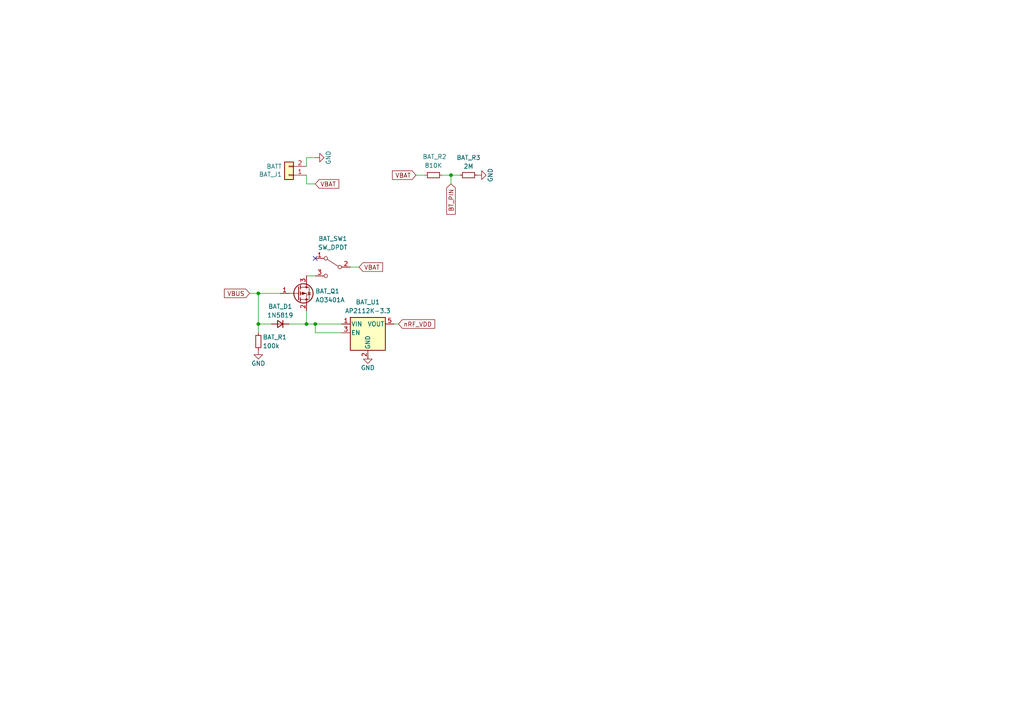
<source format=kicad_sch>
(kicad_sch (version 20231120) (generator "eeschema") (generator_version "8.0")
  (paper "A4")
  (lib_symbols
    (symbol "Connector_Generic:Conn_01x02" (pin_names (offset 1.016) hide)
      (property "Reference" "J" (at 0 2.54 0))
      (property "Value" "Conn_01x02" (at 0 -5.08 0))
      (symbol "Conn_01x02_1_1"
        (rectangle (start -1.27 -2.413) (end 0 -2.667) (stroke (width 0.1524)))
        (rectangle (start -1.27 0.127) (end 0 -0.127) (stroke (width 0.1524)))
        (rectangle (start -1.27 1.27) (end 1.27 -3.81) (stroke (width 0.254)) (fill (type background)))
        (pin passive line (at -5.08 0 0) (length 3.81) (name "Pin_1") (number "1"))
        (pin passive line (at -5.08 -2.54 0) (length 3.81) (name "Pin_2") (number "2"))
      )
    )
    (symbol "Device:D_Small" (pin_numbers hide) (pin_names (offset 0.254) hide)
      (property "Reference" "D" (at -1.27 2.032 0))
      (property "Value" "D_Small" (at -3.81 -2.032 0))
      (symbol "D_Small_0_1"
        (polyline (pts (xy -0.762 -1.016) (xy -0.762 1.016)) (stroke (width 0.254)))
        (polyline (pts (xy -0.762 0) (xy 0.762 0)))
        (polyline (pts (xy 0.762 -1.016) (xy -0.762 0) (xy 0.762 1.016) (xy 0.762 -1.016)) (stroke (width 0.254)))
      )
      (symbol "D_Small_1_1"
        (pin passive line (at -2.54 0 0) (length 1.778) (name "K") (number "1"))
        (pin passive line (at 2.54 0 180) (length 1.778) (name "A") (number "2"))
      )
    )
    (symbol "Device:R_Small" (pin_numbers hide) (pin_names (offset 0.254) hide)
      (property "Reference" "R" (at 0.762 0.508 0))
      (property "Value" "R_Small" (at 0.762 -1.016 0))
      (symbol "R_Small_0_1"
        (rectangle (start -0.762 1.778) (end 0.762 -1.778) (stroke (width 0.2032)))
      )
      (symbol "R_Small_1_1"
        (pin passive line (at 0 2.54 270) (length 0.762) (name "~") (number "1"))
        (pin passive line (at 0 -2.54 90) (length 0.762) (name "~") (number "2"))
      )
    )
    (symbol "ErgoCai:AP2112K-3.3" (pin_names (offset 0.254))
      (property "Reference" "U" (at -5.08 5.715 0))
      (property "Value" "AP2112K-3.3" (at 0 5.715 0))
      (symbol "AP2112K-3.3_0_1"
        (rectangle (start -5.08 4.445) (end 5.08 -5.08) (stroke (width 0.254)) (fill (type background)))
      )
      (symbol "AP2112K-3.3_1_1"
        (pin power_in line (at -7.62 2.54 0) (length 2.54) (name "VIN") (number "1"))
        (pin power_in line (at 0 -7.62 90) (length 2.54) (name "GND") (number "2"))
        (pin input line (at -7.62 0 0) (length 2.54) (name "EN") (number "3"))
        (pin no_connect line (at 5.08 0 180) (length 2.54) hide (name "NC") (number "4"))
        (pin power_out line (at 7.62 2.54 180) (length 2.54) (name "VOUT") (number "5"))
      )
    )
    (symbol "Transistor_FET:AO3401A" (pin_names hide)
      (property "Reference" "Q" (at 5.08 1.905 0))
      (property "Value" "AO3401A" (at 5.08 0 0))
      (symbol "AO3401A_0_1"
        (polyline (pts (xy 0.254 0) (xy -2.54 0)))
        (polyline (pts (xy 0.254 1.905) (xy 0.254 -1.905)) (stroke (width 0.254)))
        (polyline (pts (xy 0.762 -1.27) (xy 0.762 -2.286)) (stroke (width 0.254)))
        (polyline (pts (xy 0.762 0.508) (xy 0.762 -0.508)) (stroke (width 0.254)))
        (polyline (pts (xy 0.762 2.286) (xy 0.762 1.27)) (stroke (width 0.254)))
        (polyline (pts (xy 2.54 2.54) (xy 2.54 1.778)))
        (polyline (pts (xy 2.54 -2.54) (xy 2.54 0) (xy 0.762 0)))
        (polyline (pts (xy 0.762 1.778) (xy 3.302 1.778) (xy 3.302 -1.778) (xy 0.762 -1.778)))
        (polyline (pts (xy 2.286 0) (xy 1.27 0.381) (xy 1.27 -0.381) (xy 2.286 0)) (fill (type outline)))
        (polyline (pts (xy 2.794 -0.508) (xy 2.921 -0.381) (xy 3.683 -0.381) (xy 3.81 -0.254)))
        (polyline (pts (xy 3.302 -0.381) (xy 2.921 0.254) (xy 3.683 0.254) (xy 3.302 -0.381)))
        (circle (center 1.651 0) (radius 2.794) (stroke (width 0.254)))
        (circle (center 2.54 -1.778) (radius 0.254) (fill (type outline)))
        (circle (center 2.54 1.778) (radius 0.254) (fill (type outline)))
      )
      (symbol "AO3401A_1_1"
        (pin input line (at -5.08 0 0) (length 2.54) (name "G") (number "1"))
        (pin passive line (at 2.54 -5.08 90) (length 2.54) (name "S") (number "2"))
        (pin passive line (at 2.54 5.08 270) (length 2.54) (name "D") (number "3"))
      )
    )
    (symbol "jiran-ble:SW_DPDT" (pin_names hide)
      (property "Reference" "SW" (at 0 7.62 0))
      (property "Value" "SW_DPDT" (at 0 5.715 0))
      (symbol "SW_DPDT_0_0"
        (circle (center -3.302 0) (radius 0.508))
        (circle (center 0.762 -2.54) (radius 0.508))
      )
      (symbol "SW_DPDT_0_1"
        (polyline (pts (xy -2.794 0.254) (xy 0.381 2.286)))
        (circle (center 0.762 2.54) (radius 0.508))
      )
      (symbol "SW_DPDT_1_1"
        (pin passive line (at 3.81 2.54 180) (length 2.54) (name "A") (number "1"))
        (pin passive line (at -6.35 0 0) (length 2.54) (name "B") (number "2"))
        (pin passive line (at 3.81 -2.54 180) (length 2.54) (name "C") (number "3"))
      )
    )
    (symbol "power:GND" (power) (pin_names (offset 0))
      (property "Value" "GND" (at 0 -3.81 0))
      (symbol "GND_0_1"
        (polyline (pts (xy 0 0) (xy 0 -1.27) (xy 1.27 -1.27) (xy 0 -2.54) (xy -1.27 -1.27) (xy 0 -1.27)))
      )
      (symbol "GND_1_1"
        (pin power_in line (at 0 0 270) (length 0) hide (name "GND") (number "1"))
      )
    )
  )
  (junction (at 74.93 93.98) (diameter 0.9144))
  (junction (at 74.93 85.09) (diameter 0.9144))
  (junction (at 130.81 50.8))
  (junction (at 91.44 93.98) (diameter 0.9144))
  (junction (at 88.9 93.98) (diameter 0.9144))
  (no_connect (at 91.44 74.93))
  (wire (pts (xy 91.44 96.52) (xy 99.06 96.52)))
  (wire (pts (xy 83.82 93.98) (xy 88.9 93.98)))
  (wire (pts (xy 74.93 93.98) (xy 74.93 96.52)))
  (wire (pts (xy 106.68 104.14) (xy 106.68 102.87)))
  (wire (pts (xy 88.9 53.34) (xy 91.44 53.34)))
  (wire (pts (xy 114.3 93.98) (xy 115.57 93.98)))
  (wire (pts (xy 88.9 93.98) (xy 91.44 93.98)))
  (wire (pts (xy 72.39 85.09) (xy 74.93 85.09)))
  (wire (pts (xy 120.65 50.8) (xy 123.19 50.8)))
  (wire (pts (xy 88.9 45.72) (xy 91.44 45.72)))
  (wire (pts (xy 88.9 80.01) (xy 91.44 80.01)))
  (wire (pts (xy 74.93 93.98) (xy 78.74 93.98)))
  (wire (pts (xy 130.81 53.34) (xy 130.81 50.8)))
  (wire (pts (xy 88.9 50.8) (xy 88.9 53.34)))
  (wire (pts (xy 91.44 93.98) (xy 91.44 96.52)))
  (wire (pts (xy 91.44 93.98) (xy 99.06 93.98)))
  (wire (pts (xy 74.93 85.09) (xy 81.28 85.09)))
  (wire (pts (xy 88.9 48.26) (xy 88.9 45.72)))
  (wire (pts (xy 101.6 77.47) (xy 104.14 77.47)))
  (wire (pts (xy 128.27 50.8) (xy 130.81 50.8)))
  (wire (pts (xy 74.93 85.09) (xy 74.93 93.98)))
  (wire (pts (xy 88.9 90.17) (xy 88.9 93.98)))
  (wire (pts (xy 130.81 50.8) (xy 133.35 50.8)))
  (global_label "VBAT" (shape input) (at 120.65 50.8 180) (property "Intersheetrefs" "${INTERSHEET_REFS}" (effects (hide yes))))
  (global_label "nRF_VDD" (shape input) (at 115.57 93.98 0) (property "Intersheetrefs" "${INTERSHEET_REFS}" (effects (hide yes))))
  (global_label "VBUS" (shape input) (at 72.39 85.09 180) (property "Intersheetrefs" "${INTERSHEET_REFS}" (effects (hide yes))))
  (global_label "VBAT" (shape input) (at 104.14 77.47 0) (property "Intersheetrefs" "${INTERSHEET_REFS}" (effects (hide yes))))
  (global_label "BT_PIN" (shape input) (at 130.81 53.34 270) (property "Intersheetrefs" "${INTERSHEET_REFS}" (effects (hide yes))))
  (global_label "VBAT" (shape input) (at 91.44 53.34 0) (property "Intersheetrefs" "${INTERSHEET_REFS}" (effects (hide yes))))
  (symbol (lib_id "jiran-ble:SW_DPDT") (at 95.25 77.47 0) (mirror y) (unit 1)
    (property "Reference" "BAT_SW1" (at 96.52 69.215 0))
    (property "Value" "SW_DPDT" (at 96.52 71.755 0))
    (property "Footprint" "ErgoCai:MSK-12C02" (effects (hide yes)))
  )
  (symbol (lib_id "power:GND") (at 106.68 102.87 0) (unit 1)
    (property "Reference" "#PWR05" (effects (hide yes)))
    (property "Value" "GND" (at 106.68 106.68 0))
  )
  (symbol (lib_id "Device:R_Small") (at 74.93 99.06 0) (unit 1)
    (property "Reference" "BAT_R1" (at 76.2 97.7899 0) (effects (justify left)))
    (property "Value" "100k" (at 76.2 100.3299 0) (effects (justify left)))
    (property "Footprint" "ErgoCai:R_0603" (effects (hide yes)))
  )
  (symbol (lib_id "Device:D_Small") (at 81.28 93.98 180) (unit 1)
    (property "Reference" "BAT_D1" (at 81.28 88.9 0))
    (property "Value" "1N5819" (at 81.28 91.44 0))
    (property "Footprint" "ErgoCai:D_SOD-123" (effects (hide yes)))
  )
  (symbol (lib_id "Transistor_FET:AO3401A") (at 86.36 85.09 0) (unit 1)
    (property "Reference" "BAT_Q1" (at 91.44 84.4549 0) (effects (justify left)))
    (property "Value" "AO3401A" (at 91.44 86.9949 0) (effects (justify left)))
    (property "Footprint" "ErgoCai:SOT-23" (effects (hide yes)))
    (property "Datasheet" "http://www.aosmd.com/pdfs/datasheet/AO3401A.pdf" (effects (hide yes)))
  )
  (symbol (lib_id "ErgoCai:AP2112K-3.3") (at 106.68 96.52 0) (unit 1)
    (property "Reference" "BAT_U1" (at 106.68 87.63 0))
    (property "Value" "AP2112K-3.3" (at 106.68 90.17 0))
    (property "Footprint" "Package_TO_SOT_SMD:SOT-23-5" (effects (hide yes)))
    (property "Datasheet" "https://www.diodes.com/assets/Datasheets/AP2112.pdf" (effects (hide yes)))
    (property "Description" "600mA low dropout linear regulator, with enable pin, 3.8V-6V input voltage range, 3.3V fixed positive output, SOT-23-5" (effects (hide yes)))
  )
  (symbol (lib_id "power:GND") (at 138.43 50.8 90) (unit 1)
    (property "Reference" "#PWR012" (effects (hide yes)))
    (property "Value" "GND" (at 142.24 50.8 0))
  )
  (symbol (lib_id "Device:R_Small") (at 125.73 50.8 90) (unit 1)
    (property "Reference" "BAT_R2" (at 129.54 45.466 90) (effects (justify left)))
    (property "Value" "810K" (at 128.27 48.006 90) (effects (justify left)))
    (property "Footprint" "ErgoCai:R_0603" (effects (hide yes)))
  )
  (symbol (lib_id "Connector_Generic:Conn_01x02") (at 83.82 50.8 180) (unit 1)
    (property "Reference" "BAT_J1" (at 81.788 50.5968 0) (effects (justify left)))
    (property "Value" "BATT" (at 81.788 48.2854 0) (effects (justify left)))
    (property "Footprint" "ErgoCai:Battery_Holder_18650_Nickel" (effects (hide yes)))
  )
  (symbol (lib_id "power:GND") (at 74.93 101.6 0) (unit 1)
    (property "Reference" "#PWR04" (effects (hide yes)))
    (property "Value" "GND" (at 74.93 105.41 0))
  )
  (symbol (lib_id "Device:R_Small") (at 135.89 50.8 90) (unit 1)
    (property "Reference" "BAT_R3" (at 135.89 45.72 90))
    (property "Value" "2M" (at 135.89 48.26 90))
    (property "Footprint" "ErgoCai:R_0603" (effects (hide yes)))
  )
  (symbol (lib_id "power:GND") (at 91.44 45.72 90) (unit 1)
    (property "Reference" "#PWR06" (effects (hide yes)))
    (property "Value" "GND" (at 95.25 45.72 0))
  )
)
</source>
